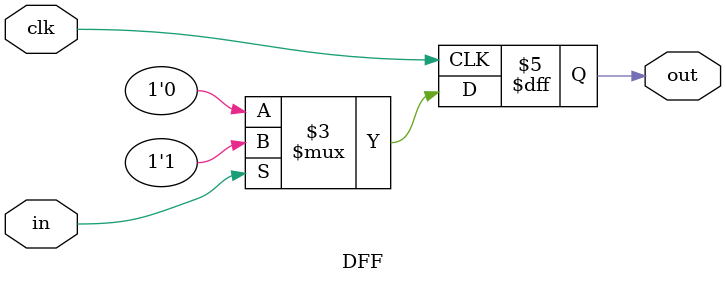
<source format=v>
/**
* Data-Flip-Flop
* out[t+1] = in[t]
*/

`default_nettype none
module DFF(
        input clk,
        input in,
        output reg out
);

    // No need to implement this chip
    // This chip is implemented in verilog using reg-variables
    // reg out;
    always @(posedge clk)
        if (in) out <= 1'b1;
        else out <= 1'b0;

endmodule

</source>
